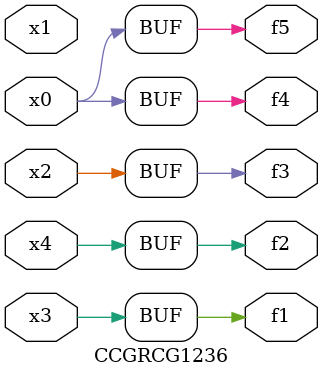
<source format=v>
module CCGRCG1236(
	input x0, x1, x2, x3, x4,
	output f1, f2, f3, f4, f5
);
	assign f1 = x3;
	assign f2 = x4;
	assign f3 = x2;
	assign f4 = x0;
	assign f5 = x0;
endmodule

</source>
